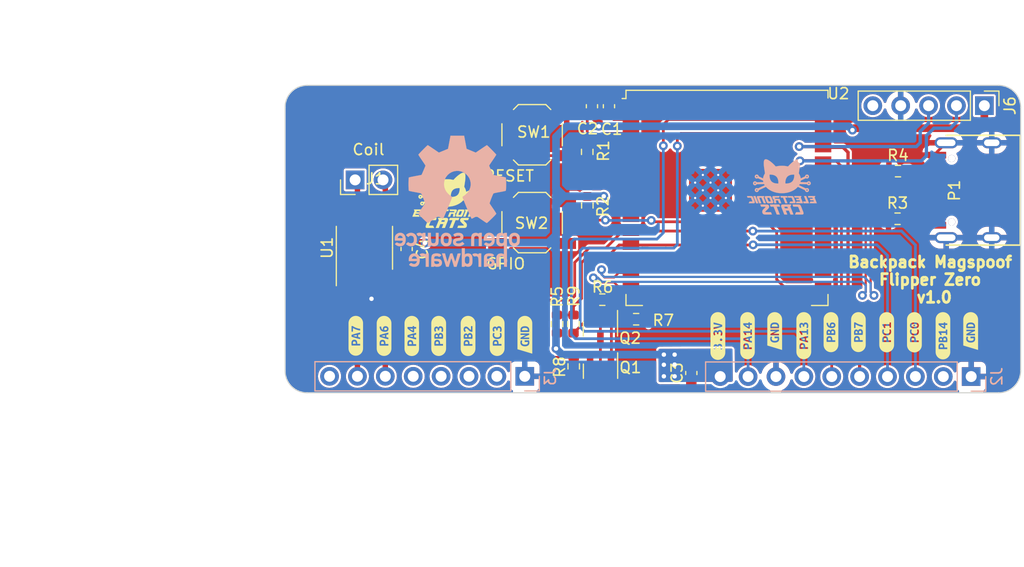
<source format=kicad_pcb>
(kicad_pcb (version 20221018) (generator pcbnew)
  (layers (0 "F.Cu" signal) (31 "B.Cu" signal) (34 "B.Paste" user) (35 "F.Paste" user) (36 "B.SilkS" user "B.Silkscreen") (37 "F.SilkS" user "F.Silkscreen") (38 "B.Mask" user) (39 "F.Mask" user) (44 "Edge.Cuts" user))
  (net 0 "")
  (net 1 "/Out_A")
  (net 2 "/Out_B")
  (net 4 "/IN_A")
  (net 5 "GND")
  (net 6 "/IN_B")
  (net 8 "+3V3")
  (net 10 "/PB14")
  (net 11 "/LPUART_RX")
  (net 12 "/LPUART_TX")
  (net 13 "/RX")
  (net 14 "/TX")
  (net 15 "/PC3")
  (net 16 "/PB2")
  (net 17 "/PB3")
  (net 18 "/PA4")
  (net 19 "/SWDIO")
  (net 20 "/SWCLK")
  (net 21 "/DIO11")
  (net 22 "Net-(Q1-D)")
  (net 23 "Net-(Q1-G)")
  (net 24 "Net-(Q1-S)")
  (net 25 "/RST")
  (net 26 "/BOOT")
  (net 27 "Net-(P1-CC)")
  (net 28 "Net-(P1-VCONN)")
  (net 29 "/I2C_PULLUP")
  (net 37 "/D-")
  (net 38 "/D+")
  (net 58 "unconnected-(P1-VBUS-PadA4)")
  (net 59 "Net-(Q2-S)")
  (footprint "kibuzzard-648B93B1" (layer "F.Cu") (at 238.12 78.80079 90)
    (fp_text reference "kibuzzard-648B93B1" hide)
    (fp_text value "G***" hide)
  )
  (footprint "kibuzzard-648B91E6" (layer "F.Cu") (at 209.99 78.82143 90)
    (fp_text reference "kibuzzard-648B91E6" hide)
    (fp_text value "G***" hide)
  )
  (footprint "Resistor_SMD:R_0603_1608Metric" (layer "F.Cu") (at 223.52 62.06 90)
    (fp_text reference "R1" (at 0.085 1.48 90) (layer "F.SilkS"))
    (fp_text value "10K")
    (pad "1" smd roundrect (at -0.825 0 90) (size 0.8 0.95) (layers "F.Cu" "F.Paste" "F.Mask") (net 25 "/RST"))
    (pad "2" smd roundrect (at 0.825 0 90) (size 0.8 0.95) (layers "F.Cu" "F.Paste" "F.Mask") (net 8 "+3V3"))
  )
  (footprint "Resistor_SMD:R_0603_1608Metric" (layer "F.Cu") (at 222.29 81.595 90)
    (fp_text reference "R8" (at -0.055 -1.29 270) (layer "F.SilkS"))
    (fp_text value "4k7")
    (pad "1" smd roundrect (at -0.825 0 90) (size 0.8 0.95) (layers "F.Cu" "F.Paste" "F.Mask") (net 24 "Net-(Q1-S)"))
    (pad "2" smd roundrect (at 0.825 0 90) (size 0.8 0.95) (layers "F.Cu" "F.Paste" "F.Mask") (net 11 "/LPUART_RX"))
  )
  (footprint "kibuzzard-648B922F" (layer "F.Cu") (at 202.44 78.81 90)
    (fp_text reference "kibuzzard-648B922F" hide)
    (fp_text value "G***" hide)
  )
  (footprint "kibuzzard-6488F75A" (layer "F.Cu") (at 235.42 78.83 90)
    (fp_text reference "kibuzzard-6488F75A" hide)
    (fp_text value "G***" hide)
  )
  (footprint "Resistor_SMD:R_0603_1608Metric" (layer "F.Cu") (at 251.785 68.15)
    (fp_text reference "R3" (at 0 -1.43) (layer "F.SilkS"))
    (fp_text value "5k1")
    (pad "1" smd roundrect (at -0.825 0) (size 0.8 0.95) (layers "F.Cu" "F.Paste" "F.Mask") (net 5 "GND"))
    (pad "2" smd roundrect (at 0.825 0) (size 0.8 0.95) (layers "F.Cu" "F.Paste" "F.Mask") (net 27 "Net-(P1-CC)"))
  )
  (footprint "Capacitor_SMD:C_0603_1608Metric" (layer "F.Cu") (at 233 82.2 -90)
    (fp_text reference "C3" (at 0 1.3 90) (layer "F.SilkS"))
    (fp_text value "10uF")
    (pad "1" smd roundrect (at -0.775 0 270) (size 0.9 0.95) (layers "F.Cu" "F.Paste" "F.Mask") (net 8 "+3V3"))
    (pad "2" smd roundrect (at 0.775 0 270) (size 0.9 0.95) (layers "F.Cu" "F.Paste" "F.Mask") (net 5 "GND"))
  )
  (footprint "RF_Module:ESP32-S3-WROOM-1U" (layer "F.Cu") (at 236.25 66.25)
    (fp_text reference "U2" (at 10.15 -9.5 unlocked) (layer "F.SilkS"))
    (fp_text value "ESP32-S3-WROOM-1U-N16")
    (pad "1" smd rect (at -8.75 -8.41) (size 1.5 0.9) (layers "F.Cu" "F.Paste" "F.Mask") (net 5 "GND"))
    (pad "2" smd rect (at -8.75 -7.14) (size 1.5 0.9) (layers "F.Cu" "F.Paste" "F.Mask") (net 8 "+3V3"))
    (pad "3" smd rect (at -8.75 -5.87) (size 1.5 0.9) (layers "F.Cu" "F.Paste" "F.Mask") (net 25 "/RST"))
    (pad "4" smd rect (at -8.75 -4.6) (size 1.5 0.9) (layers "F.Cu" "F.Paste" "F.Mask"))
    (pad "5" smd rect (at -8.75 -3.33) (size 1.5 0.9) (layers "F.Cu" "F.Paste" "F.Mask"))
    (pad "6" smd rect (at -8.75 -2.06) (size 1.5 0.9) (layers "F.Cu" "F.Paste" "F.Mask"))
    (pad "7" smd rect (at -8.75 -0.79) (size 1.5 0.9) (layers "F.Cu" "F.Paste" "F.Mask"))
    (pad "8" smd rect (at -8.75 0.48) (size 1.5 0.9) (layers "F.Cu" "F.Paste" "F.Mask"))
    (pad "9" smd rect (at -8.75 1.75) (size 1.5 0.9) (layers "F.Cu" "F.Paste" "F.Mask"))
    (pad "10" smd rect (at -8.75 3.02) (size 1.5 0.9) (layers "F.Cu" "F.Paste" "F.Mask") (net 11 "/LPUART_RX"))
    (pad "11" smd rect (at -8.75 4.29) (size 1.5 0.9) (layers "F.Cu" "F.Paste" "F.Mask") (net 12 "/LPUART_TX"))
    (pad "12" smd rect (at -8.75 5.56) (size 1.5 0.9) (layers "F.Cu" "F.Paste" "F.Mask"))
    (pad "13" smd rect (at -8.75 6.83) (size 1.5 0.9) (layers "F.Cu" "F.Paste" "F.Mask") (net 37 "/D-"))
    (pad "14" smd rect (at -8.75 8.1 180) (size 1.5 0.9) (layers "F.Cu" "F.Paste" "F.Mask") (net 38 "/D+"))
    (pad "15" smd rect (at -6.985 9.35 270) (size 1.5 0.9) (layers "F.Cu" "F.Paste" "F.Mask") (net 29 "/I2C_PULLUP"))
    (pad "16" smd rect (at -5.715 9.35 270) (size 1.5 0.9) (layers "F.Cu" "F.Paste" "F.Mask"))
    (pad "17" smd rect (at -4.445 9.35 270) (size 1.5 0.9) (layers "F.Cu" "F.Paste" "F.Mask"))
    (pad "18" smd rect (at -3.175 9.35 270) (size 1.5 0.9) (layers "F.Cu" "F.Paste" "F.Mask"))
    (pad "19" smd rect (at -1.905 9.35 270) (size 1.5 0.9) (layers "F.Cu" "F.Paste" "F.Mask"))
    (pad "20" smd rect (at -0.635 9.35 270) (size 1.5 0.9) (layers "F.Cu" "F.Paste" "F.Mask"))
    (pad "21" smd rect (at 0.635 9.35 270) (size 1.5 0.9) (layers "F.Cu" "F.Paste" "F.Mask"))
    (pad "22" smd rect (at 1.905 9.35 270) (size 1.5 0.9) (layers "F.Cu" "F.Paste" "F.Mask"))
    (pad "23" smd rect (at 3.175 9.35 270) (size 1.5 0.9) (layers "F.Cu" "F.Paste" "F.Mask"))
    (pad "24" smd rect (at 4.445 9.35 270) (size 1.5 0.9) (layers "F.Cu" "F.Paste" "F.Mask"))
    (pad "25" smd rect (at 5.715 9.35 270) (size 1.5 0.9) (layers "F.Cu" "F.Paste" "F.Mask"))
    (pad "26" smd rect (at 6.985 9.35 270) (size 1.5 0.9) (layers "F.Cu" "F.Paste" "F.Mask"))
    (pad "27" smd rect (at 8.75 8.1) (size 1.5 0.9) (layers "F.Cu" "F.Paste" "F.Mask") (net 26 "/BOOT"))
    (pad "28" smd rect (at 8.75 6.83) (size 1.5 0.9) (layers "F.Cu" "F.Paste" "F.Mask"))
    (pad "29" smd rect (at 8.75 5.56) (size 1.5 0.9) (layers "F.Cu" "F.Paste" "F.Mask"))
    (pad "30" smd rect (at 8.75 4.29) (size 1.5 0.9) (layers "F.Cu" "F.Paste" "F.Mask"))
    (pad "31" smd rect (at 8.75 3.02) (size 1.5 0.9) (layers "F.Cu" "F.Paste" "F.Mask"))
    (pad "32" smd rect (at 8.75 1.75) (size 1.5 0.9) (layers "F.Cu" "F.Paste" "F.Mask"))
    (pad "33" smd rect (at 8.75 0.48) (size 1.5 0.9) (layers "F.Cu" "F.Paste" "F.Mask"))
    (pad "34" smd rect (at 8.75 -0.79) (size 1.5 0.9) (layers "F.Cu" "F.Paste" "F.Mask"))
    (pad "35" smd rect (at 8.75 -2.06) (size 1.5 0.9) (layers "F.Cu" "F.Paste" "F.Mask"))
    (pad "36" smd rect (at 8.75 -3.33) (size 1.5 0.9) (layers "F.Cu" "F.Paste" "F.Mask") (net 14 "/TX"))
    (pad "37" smd rect (at 8.75 -4.6) (size 1.5 0.9) (layers "F.Cu" "F.Paste" "F.Mask") (net 13 "/RX"))
    (pad "38" smd rect (at 8.75 -5.87) (size 1.5 0.9) (layers "F.Cu" "F.Paste" "F.Mask") (net 19 "/SWDIO"))
    (pad "39" smd rect (at 8.75 -7.14) (size 1.5 0.9) (layers "F.Cu" "F.Paste" "F.Mask") (net 20 "/SWCLK"))
    (pad "40" smd rect (at 8.75 -8.41) (size 1.5 0.9) (layers "F.Cu" "F.Paste" "F.Mask") (net 5 "GND"))
    (pad "41" thru_hole circle (at -2.9 -1.39) (size 0.6 0.6) (drill 0.2) (property pad_prop_heatsink) (layers "*.Cu" "F.Mask") (net 5 "GND"))
    (pad "41" thru_hole circle (at -2.9 0.01) (size 0.6 0.6) (drill 0.2) (property pad_prop_heatsink) (layers "*.Cu" "F.Mask") (net 5 "GND"))
    (pad "41" thru_hole circle (at -2.2 -2.09) (size 0.6 0.6) (drill 0.2) (property pad_prop_heatsink) (layers "*.Cu" "F.Mask") (net 5 "GND"))
    (pad "41" thru_hole circle (at -2.2 -0.69) (size 0.6 0.6) (drill 0.2) (property pad_prop_heatsink) (layers "*.Cu" "F.Mask") (net 5 "GND"))
    (pad "41" thru_hole circle (at -2.2 0.71) (size 0.6 0.6) (drill 0.2) (property pad_prop_heatsink) (layers "*.Cu" "F.Mask") (net 5 "GND"))
    (pad "41" thru_hole circle (at -1.5 -1.39) (size 0.6 0.6) (drill 0.2) (property pad_prop_heatsink) (layers "*.Cu" "F.Mask") (net 5 "GND"))
    (pad "41" smd rect (at -1.5 -0.69) (size 3.9 3.9) (layers "F.Cu" "F.Mask") (net 5 "GND"))
    (pad "41" thru_hole circle (at -1.5 0.01) (size 0.6 0.6) (drill 0.2) (property pad_prop_heatsink) (layers "*.Cu" "F.Mask") (net 5 "GND"))
    (pad "41" thru_hole circle (at -0.8 -2.09) (size 0.6 0.6) (drill 0.2) (property pad_prop_heatsink) (layers "*.Cu" "F.Mask") (net 5 "GND"))
    (pad "41" thru_hole circle (at -0.8 -0.69 90) (size 0.6 0.6) (drill 0.2) (property pad_prop_heatsink) (layers "*.Cu" "F.Mask") (net 5 "GND"))
    (pad "41" thru_hole circle (at -0.8 0.71) (size 0.6 0.6) (drill 0.2) (property pad_prop_heatsink) (layers "*.Cu" "F.Mask") (net 5 "GND"))
    (pad "41" thru_hole circle (at -0.1 -1.39) (size 0.6 0.6) (drill 0.2) (property pad_prop_heatsink) (layers "*.Cu" "F.Mask") (net 5 "GND"))
    (pad "41" thru_hole circle (at -0.1 0.01) (size 0.6 0.6) (drill 0.2) (property pad_prop_heatsink) (layers "*.Cu" "F.Mask") (net 5 "GND"))
  )
  (footprint "kibuzzard-648B921B" (layer "F.Cu") (at 215.315 78.82143 90)
    (fp_text reference "kibuzzard-648B921B" hide)
    (fp_text value "G***" hide)
  )
  (footprint "Resistor_SMD:R_0603_1608Metric" (layer "F.Cu") (at 224.895 75.52 180)
    (fp_text reference "R6" (at -0.025 1.15) (layer "F.SilkS"))
    (fp_text value "10K")
    (pad "1" smd roundrect (at -0.825 0 180) (size 0.8 0.95) (layers "F.Cu" "F.Paste" "F.Mask") (net 23 "Net-(Q1-G)"))
    (pad "2" smd roundrect (at 0.825 0 180) (size 0.8 0.95) (layers "F.Cu" "F.Paste" "F.Mask") (net 22 "Net-(Q1-D)"))
  )
  (footprint "Capacitor_SMD:C_0603_1608Metric" (layer "F.Cu") (at 223.95 57.9 90)
    (fp_text reference "C2" (at -2.05 -0.4 180) (layer "F.SilkS"))
    (fp_text value "10uF")
    (pad "1" smd roundrect (at -0.775 0 90) (size 0.9 0.95) (layers "F.Cu" "F.Paste" "F.Mask") (net 8 "+3V3"))
    (pad "2" smd roundrect (at 0.775 0 90) (size 0.9 0.95) (layers "F.Cu" "F.Paste" "F.Mask") (net 5 "GND"))
  )
  (footprint "Package_SO:SOIC-8_3.9x4.9mm_P1.27mm" (layer "F.Cu") (at 203.225 70.795 90)
    (fp_text reference "U1" (at 0 -3.4 90) (layer "F.SilkS"))
    (fp_text value "TC4424")
    (pad "1" smd roundrect (at -2.475 -1.905 90) (size 1.95 0.6) (layers "F.Cu" "F.Paste" "F.Mask"))
    (pad "2" smd roundrect (at -2.475 -0.635 90) (size 1.95 0.6) (layers "F.Cu" "F.Paste" "F.Mask") (net 4 "/IN_A"))
    (pad "3" smd roundrect (at -2.475 0.635 90) (size 1.95 0.6) (layers "F.Cu" "F.Paste" "F.Mask") (net 5 "GND"))
    (pad "4" smd roundrect (at -2.475 1.905 90) (size 1.95 0.6) (layers "F.Cu" "F.Paste" "F.Mask") (net 6 "/IN_B"))
    (pad "5" smd roundrect (at 2.475 1.905 90) (size 1.95 0.6) (layers "F.Cu" "F.Paste" "F.Mask") (net 2 "/Out_B"))
    (pad "6" smd roundrect (at 2.475 0.635 90) (size 1.95 0.6) (layers "F.Cu" "F.Paste" "F.Mask") (net 8 "+3V3"))
    (pad "7" smd roundrect (at 2.475 -0.635 90) (size 1.95 0.6) (layers "F.Cu" "F.Paste" "F.Mask") (net 1 "/Out_A"))
    (pad "8" smd roundrect (at 2.475 -1.905 90) (size 1.95 0.6) (layers "F.Cu" "F.Paste" "F.Mask"))
  )
  (footprint "Connector_PinHeader_2.54mm:PinHeader_1x05_P2.54mm_Vertical" (layer "F.Cu") (at 259.69 57.85 -90)
    (fp_text reference "J6" (at 0 -2.33 90) (layer "F.SilkS"))
    (fp_text value "GPS")
    (pad "1" thru_hole rect (at 0 0 270) (size 1.7 1.7) (drill 1) (layers "*.Cu" "*.Mask") (net 8 "+3V3"))
    (pad "2" thru_hole oval (at 0 2.54 270) (size 1.7 1.7) (drill 1) (layers "*.Cu" "*.Mask") (net 14 "/TX"))
    (pad "3" thru_hole oval (at 0 5.08 270) (size 1.7 1.7) (drill 1) (layers "*.Cu" "*.Mask") (net 13 "/RX"))
    (pad "4" thru_hole oval (at 0 7.62 270) (size 1.7 1.7) (drill 1) (layers "*.Cu" "*.Mask") (net 5 "GND"))
    (pad "5" thru_hole oval (at 0 10.16 270) (size 1.7 1.7) (drill 1) (layers "*.Cu" "*.Mask") (net 21 "/DIO11"))
  )
  (footprint "kibuzzard-6488EEAF" (layer "F.Cu") (at 258.445 78.376906 90)
    (fp_text reference "kibuzzard-6488EEAF" hide)
    (fp_text value "G***" hide)
  )
  (footprint "Package_TO_SOT_SMD:SOT-23" (layer "F.Cu") (at 224.72 78.1825 -90)
    (fp_text reference "Q2" (at 0.8425 -2.705) (layer "F.SilkS"))
    (fp_text value "DMP2004TK-7")
    (pad "1" smd roundrect (at -0.9375 -0.95 270) (size 1.475 0.6) (layers "F.Cu" "F.Paste" "F.Mask") (net 23 "Net-(Q1-G)"))
    (pad "2" smd roundrect (at -0.9375 0.95 270) (size 1.475 0.6) (layers "F.Cu" "F.Paste" "F.Mask") (net 59 "Net-(Q2-S)"))
    (pad "3" smd roundrect (at 0.9375 0 270) (size 1.475 0.6) (layers "F.Cu" "F.Paste" "F.Mask") (net 22 "Net-(Q1-D)"))
  )
  (footprint "Capacitor_SMD:C_0603_1608Metric" (layer "F.Cu") (at 225.5 57.9 90)
    (fp_text reference "C1" (at -2.1 0.25 180) (layer "F.SilkS"))
    (fp_text value "1uF")
    (pad "1" smd roundrect (at -0.775 0 90) (size 0.9 0.95) (layers "F.Cu" "F.Paste" "F.Mask") (net 8 "+3V3"))
    (pad "2" smd roundrect (at 0.775 0 90) (size 0.9 0.95) (layers "F.Cu" "F.Paste" "F.Mask") (net 5 "GND"))
  )
  (footprint "kibuzzard-6488EEAF" (layer "F.Cu") (at 217.84 78.717586 90)
    (fp_text reference "kibuzzard-6488EEAF" hide)
    (fp_text value "G***" hide)
  )
  (footprint "Button_Switch_SMD:SW_SPST_TL3342" (layer "F.Cu") (at 218.5 68.5)
    (fp_text reference "SW2" (at -0.05 0.05) (layer "F.SilkS"))
    (fp_text value "GPIO" (at -2.4 3.75) (layer "F.SilkS"))
    (pad "1" smd rect (at -3.15 -1.9) (size 1.7 1) (layers "F.Cu" "F.Paste" "F.Mask") (net 5 "GND"))
    (pad "1" smd rect (at 3.15 -1.9) (size 1.7 1) (layers "F.Cu" "F.Paste" "F.Mask") (net 5 "GND"))
    (pad "2" smd rect (at -3.15 1.9) (size 1.7 1) (layers "F.Cu" "F.Paste" "F.Mask") (net 26 "/BOOT"))
    (pad "2" smd rect (at 3.15 1.9) (size 1.7 1) (layers "F.Cu" "F.Paste" "F.Mask") (net 26 "/BOOT"))
  )
  (footprint "Resistor_SMD:R_0603_1608Metric" (layer "F.Cu") (at 227.975 77.3 180)
    (fp_text reference "R7" (at -2.475 -0.1) (layer "F.SilkS"))
    (fp_text value "150")
    (pad "1" smd roundrect (at -0.825 0 180) (size 0.8 0.95) (layers "F.Cu" "F.Paste" "F.Mask") (net 29 "/I2C_PULLUP"))
    (pad "2" smd roundrect (at 0.825 0 180) (size 0.8 0.95) (layers "F.Cu" "F.Paste" "F.Mask") (net 23 "Net-(Q1-G)"))
  )
  (footprint "kibuzzard-648B9401" (layer "F.Cu") (at 253.32 78.48964 90)
    (fp_text reference "kibuzzard-648B9401" hide)
    (fp_text value "G***" hide)
  )
  (footprint "kibuzzard-648B91CB" (layer "F.Cu") (at 207.54 78.82397 90)
    (fp_text reference "kibuzzard-648B91CB" hide)
    (fp_text value "G***" hide)
  )
  (footprint "Aesthetics:electronic_cats_logo_4x3" (layer "F.Cu") (at 210.775 66.475)
    (fp_text reference "G***" hide)
    (fp_text value "LOGO" hide)
  )
  (footprint "kibuzzard-648B91FC" (layer "F.Cu") (at 212.665 78.82524 90)
    (fp_text reference "kibuzzard-648B91FC" hide)
    (fp_text value "G***" hide)
  )
  (footprint "kibuzzard-648B93EF" (layer "F.Cu") (at 250.795 78.48583 90)
    (fp_text reference "kibuzzard-648B93EF" hide)
    (fp_text value "G***" hide)
  )
  (footprint "kibuzzard-648B923F" (layer "F.Cu") (at 205.015 78.819525 90)
    (fp_text reference "kibuzzard-648B923F" hide)
    (fp_text value "G***" hide)
  )
  (footprint "Connector_PinHeader_2.54mm:PinHeader_1x02_P2.54mm_Vertical" (layer "F.Cu") (at 202.38 64.61 90)
    (fp_text reference "J1" (at 0.1 1.85 180) (layer "F.SilkS"))
    (fp_text value "Coil" (at 2.76 1.22 180) (layer "F.SilkS"))
    (pad "1" thru_hole rect (at 0 0 90) (size 1.7 1.7) (drill 1) (layers "*.Cu" "*.Mask") (net 1 "/Out_A"))
    (pad "2" thru_hole oval (at 0 2.54 90) (size 1.7 1.7) (drill 1) (layers "*.Cu" "*.Mask") (net 2 "/Out_B"))
  )
  (footprint "kibuzzard-648B93E0" (layer "F.Cu") (at 245.72 78.478845 90)
    (fp_text reference "kibuzzard-648B93E0" hide)
    (fp_text value "G***" hide)
  )
  (footprint "kibuzzard-648B93D2" (layer "F.Cu") (at 248.22 78.4744 90)
    (fp_text reference "kibuzzard-648B93D2" hide)
    (fp_text value "G***" hide)
  )
  (footprint "Resistor_SMD:R_0603_1608Metric" (layer "F.Cu") (at 251.825 63.81)
    (fp_text reference "R4" (at 0 -1.43) (layer "F.SilkS"))
    (fp_text value "5k1")
    (pad "1" smd roundrect (at -0.825 0) (size 0.8 0.95) (layers "F.Cu" "F.Paste" "F.Mask") (net 5 "GND"))
    (pad "2" smd roundrect (at 0.825 0) (size 0.8 0.95) (layers "F.Cu" "F.Paste" "F.Mask") (net 28 "Net-(P1-VCONN)"))
  )
  (footprint "Resistor_SMD:R_0603_1608Metric" (layer "F.Cu") (at 220.77 77.74 90)
    (fp_text reference "R5" (at 2.49 0.005 90) (layer "F.SilkS"))
    (fp_text value "10K")
    (pad "1" smd roundrect (at -0.825 0 90) (size 0.8 0.95) (layers "F.Cu" "F.Paste" "F.Mask") (net 8 "+3V3"))
    (pad "2" smd roundrect (at 0.825 0 90) (size 0.8 0.95) (layers "F.Cu" "F.Paste" "F.Mask") (net 12 "/LPUART_TX"))
  )
  (footprint "kibuzzard-6488EEAF" (layer "F.Cu") (at 240.595 78.376906 90)
    (fp_text reference "kibuzzard-6488EEAF" hide)
    (fp_text value "G***" hide)
  )
  (footprint "Button_Switch_SMD:SW_SPST_TL3342" (layer "F.Cu") (at 218.5 60.5)
    (fp_text reference "SW1" (at 0.15 -0.25) (layer "F.SilkS"))
    (fp_text value "RESET" (at -2.1 3.75) (layer "F.SilkS"))
    (pad "1" smd rect (at -3.15 -1.9) (size 1.7 1) (layers "F.Cu" "F.Paste" "F.Mask") (net 5 "GND"))
    (pad "1" smd rect (at 3.15 -1.9) (size 1.7 1) (layers "F.Cu" "F.Paste" "F.Mask") (net 5 "GND"))
    (pad "2" smd rect (at -3.15 1.9) (size 1.7 1) (layers "F.Cu" "F.Paste" "F.Mask") (net 25 "/RST"))
    (pad "2" smd rect (at 3.15 1.9) (size 1.7 1) (layers "F.Cu" "F.Paste" "F.Mask") (net 25 "/RST"))
  )
  (footprint "Connectors:C393939" (layer "F.Cu") (at 256.2125 65.55 90)
    (fp_text reference "P1" (at -0.03 0.75 90) (layer "F.SilkS"))
    (fp_text value "USB_C_Plug_USB2.0")
    (pad "" thru_hole circle (at -2.89 0.5 90) (size 0.65 0.65) (drill 0.65) (layers "*.Cu" "*.Mask"))
    (pad "" thru_hole circle (at 2.89 0.5 90) (size 0.65 0.65) (drill 0.65) (layers "*.Cu" "*.Mask"))
    (pad "A1" smd rect (at -3.2 -0.825 90) (size 0.6 1.65) (layers "F.Cu" "F.Paste" "F.Mask") (net 5 "GND"))
    (pad "A1" smd rect (at 3.2 -0.825 90) (size 0.6 1.65) (layers "F.Cu" "F.Paste" "F.Mask") (net 5 "GND"))
    (pad "A4" smd rect (at -2.4 -0.825 90) (size 0.6 1.65) (layers "F.Cu" "F.Paste" "F.Mask") (net 58 "unconnected-(P1-VBUS-PadA4)"))
    (pad "A4" smd rect (at 2.4 -0.825 90) (size 0.6 1.65) (layers "F.Cu" "F.Paste" "F.Mask") (net 58 "unconnected-(P1-VBUS-PadA4)"))
    (pad "A5" smd rect (at -1.25 -0.825 90) (size 0.3 1.65) (layers "F.Cu" "F.Paste" "F.Mask") (net 27 "Net-(P1-CC)"))
    (pad "A6" smd rect (at -0.25 -0.825 90) (size 0.3 1.65) (layers "F.Cu" "F.Paste" "F.Mask") (net 38 "/D+"))
    (pad "A6" smd rect (at 0.75 -0.825 90) (size 0.3 1.65) (layers "F.Cu" "F.Paste" "F.Mask") (net 38 "/D+"))
    (pad "A7" smd rect (at -0.75 -0.825 90) (size 0.3 1.65) (layers "F.Cu" "F.Paste" "F.Mask") (net 37 "/D-"))
    (pad "A7" smd rect (at 0.25 -0.825 90) (size 0.3 1.65) (layers "F.Cu" "F.Paste" "F.Mask") (net 37 "/D-"))
    (pad "A8" smd rect (at -1.75 -0.825 90) (size 0.3 1.65) (layers "F.Cu" "F.Paste" "F.Mask"))
    (pad "B5" smd rect (at 1.75 -0.825 90) (size 0.3 1.65) (layers "F.Cu" "F.Paste" "F.Mask") (net 28 "Net-(P1-VCONN)"))
    (pad "B8" smd rect (at 1.25 -0.825 90) (size 0.3 1.65) (layers "F.Cu" "F.Paste" "F.Mask"))
    (pad "S1" thru_hole oval (at -4.32 0 90) (size 1 2.1) (drill oval 0.6 1.7) (layers "*.Cu" "*.Mask") (net 5 "GND"))
    (pad "S1" thru_hole oval (at -4.32 4.15 90) (size 1 1.8) (drill oval 0.6 1.4) (layers "*.Cu" "*.Mask") (net 5 "GND"))
    (pad "S1" thru_hole oval (at 4.32 0 90) (size 1 2.1) (drill oval 0.6 1.7) (layers "*.Cu" "*.Mask") (net 5 "GND"))
    (pad "S1" thru_hole oval (at 4.32 4.15 90) (size 1 1.8) (drill oval 0.6 1.4) (layers "*.Cu" "*.Mask") (net 5 "GND"))
  )
  (footprint "Resistor_SMD:R_0603_1608Metric" (layer "F.Cu") (at 222.27 77.74 90)
    (fp_text reference "R9" (at 2.54 0.03 90) (layer "F.SilkS"))
    (fp_text value "4k7")
    (pad "1" smd roundrect (at -0.825 0 90) (size 0.8 0.95) (layers "F.Cu" "F.Paste" "F.Mask") (net 59 "Net-(Q2-S)"))
    (pad "2" smd roundrect (at 0.825 0 90) (size 0.8 0.95) (layers "F.Cu" "F.Paste" "F.Mask") (net 12 "/LPUART_TX"))
  )
  (footprint "kibuzzard-648B9410" (layer "F.Cu") (at 255.92 78.80587 90)
    (fp_text reference "kibuzzard-648B9410" hide)
    (fp_text value "G***" hide)
  )
  (footprint "Package_TO_SOT_SMD:SOT-23" (layer "F.Cu") (at 224.73 82.035 -90)
    (fp_text reference "Q1" (at -0.335 -2.72 -180) (layer "F.SilkS"))
    (fp_text value "DMP2004TK-7")
    (pad "1" smd roundrect (at -0.9375 -0.95 270) (size 1.475 0.6) (layers "F.Cu" "F.Paste" "F.Mask") (net 23 "Net-(Q1-G)"))
    (pad "2" smd roundrect (at -0.9375 0.95 270) (size 1.475 0.6) (layers "F.Cu" "F.Paste" "F.Mask") (net 24 "Net-(Q1-S)"))
    (pad "3" smd roundrect (at 0.9375 0 270) (size 1.475 0.6) (layers "F.Cu" "F.Paste" "F.Mask") (net 22 "Net-(Q1-D)"))
  )
  (footprint "Resistor_SMD:R_0603_1608Metric" (layer "F.Cu") (at 223.53 66.94 90)
    (fp_text reference "R2" (at -0.085 1.42 90) (layer "F.SilkS"))
    (fp_text value "10K")
    (pad "1" smd roundrect (at -0.825 0 90) (size 0.8 0.95) (layers "F.Cu" "F.Paste" "F.Mask") (net 26 "/BOOT"))
    (pad "2" smd roundrect (at 0.825 0 90) (size 0.8 0.95) (layers "F.Cu" "F.Paste" "F.Mask") (net 8 "+3V3"))
  )
  (footprint "Capacitor_SMD:C_0603_1608Metric" (layer "F.Cu") (at 207.07 70.905 -90)
    (fp_text reference "C4" (at 0 -1.43 90) (layer "F.SilkS"))
    (fp_text value "10uF")
    (pad "1" smd roundrect (at -0.775 0 270) (size 0.9 0.95) (layers "F.Cu" "F.Paste" "F.Mask") (net 8 "+3V3"))
    (pad "2" smd roundrect (at 0.775 0 270) (size 0.9 0.95) (layers "F.Cu" "F.Paste" "F.Mask") (net 5 "GND"))
  )
  (footprint "kibuzzard-648B93BF" (layer "F.Cu") (at 243.245 78.79825 90)
    (fp_text reference "kibuzzard-648B93BF" hide)
    (fp_text value "G***" hide)
  )
  (footprint "Connector_PinHeader_2.54mm:PinHeader_1x08_P2.54mm_Vertical" (layer "B.Cu") (at 217.83 82.5 90)
    (fp_text reference "J3" (at 0 2.33 90) (layer "B.SilkS") (effects (justify mirror)))
    (fp_text value "Conn_01x08_Socket")
    (pad "1" thru_hole rect (at 0 0 90) (size 1.7 1.7) (drill 1) (layers "*.Cu" "*.Mask") (net 5 "GND"))
    (pad "2" thru_hole oval (at 0 -2.54 90) (size 1.7 1.7) (drill 1) (layers "*.Cu" "*.Mask") (net 15 "/PC3"))
    (pad "3" thru_hole oval (at 0 -5.08 90) (size 1.7 1.7) (drill 1) (layers "*.Cu" "*.Mask") (net 16 "/PB2"))
    (pad "4" thru_hole oval (at 0 -7.62 90) (size 1.7 1.7) (drill 1) (layers "*.Cu" "*.Mask") (net 17 "/PB3"))
    (pad "5" thru_hole oval (at 0 -10.16 90) (size 1.7 1.7) (drill 1) (layers "*.Cu" "*.Mask") (net 18 "/PA4"))
    (pad "6" thru_hole oval (at 0 -12.7 90) (size 1.7 1.7) (drill 1) (layers "*.Cu" "*.Mask") (net 6 "/IN_B"))
    (pad "7" thru_hole oval (at 0 -15.24 90) (size 1.7 1.7) (drill 1) (layers "*.Cu" "*.Mask") (net 4 "/IN_A"))
    (pad "8" thru_hole oval (at 0 -17.78 90) (size 1.7 1.7) (drill 1) (layers "*.Cu" "*.Mask"))
  )
  (footprint "Connector_PinHeader_2.54mm:PinHeader_1x10_P2.54mm_Vertical" (layer "B.Cu") (at 258.491 82.5232 90)
    (fp_text reference "J2" (at 0 2.33 90) (layer "B.SilkS") (effects (justify mirror)))
    (fp_text value "Conn_01x10_Socket")
    (pad "1" thru_hole rect (at 0 0 90) (size 1.7 1.7) (drill 1) (layers "*.Cu" "*.Mask") (net 5 "GND"))
    (pad "2" thru_hole oval (at 0 -2.54 90) (size 1.7 1.7) (drill 1) (layers "*.Cu" "*.Mask") (net 10 "/PB14"))
    (pad "3" thru_hole oval (at 0 -5.08 90) (size 1.7 1.7) (drill 1) (layers "*.Cu" "*.Mask") (net 11 "/LPUART_RX"))
    (pad "4" thru_hole oval (at 0 -7.62 90) (size 1.7 1.7) (drill 1) (layers "*.Cu" "*.Mask") (net 12 "/LPUART_TX"))
    (pad "5" thru_hole oval (at 0 -10.16 90) (size 1.7 1.7) (drill 1) (layers "*.Cu" "*.Mask") (net 13 "/RX"))
    (pad "6" thru_hole oval (at 0 -12.7 90) (size 1.7 1.7) (drill 1) (layers "*.Cu" "*.Mask") (net 14 "/TX"))
    (pad "7" thru_hole oval (at 0 -15.24 90) (size 1.7 1.7) (drill 1) (layers "*.Cu" "*.Mask") (net 19 "/SWDIO"))
    (pad "8" thru_hole oval (at 0 -17.78 90) (size 1.7 1.7) (drill 1) (layers "*.Cu" "*.Mask") (net 5 "GND"))
    (pad "9" thru_hole oval (at 0 -20.32 90) (size 1.7 1.7) (drill 1) (layers "*.Cu" "*.Mask") (net 20 "/SWCLK"))
    (pad "10" thru_hole oval (at 0 -22.86 90) (size 1.7 1.7) (drill 1) (layers "*.Cu" "*.Mask") (net 8 "+3V3"))
  )
  (footprint "Symbol:OSHW-Logo_11.4x12mm_SilkScreen" (layer "B.Cu") (at 211.7 66.55 180)
    (fp_text reference "REF**" hide)
    (fp_text value "OSHW-Logo_11.4x12mm_SilkScreen" hide)
  )
  (footprint "Aesthetics:electronic_cats_logo_4x3" (layer "B.Cu") (at 241.25 65.25 180)
    (fp_text reference "G***" hide)
    (fp_text value "LOGO" hide)
  )
  (gr_line (start 263 58) (end 263 82) (stroke (width 0.1)) (layer "Edge.Cuts"))
  (gr_line (start 196 82) (end 195.998414 58) (stroke (width 0.1)) (layer "Edge.Cuts"))
  (gr_line (start 197.998414 56) (end 261 56) (stroke (width 0.1)) (layer "Edge.Cuts"))
  (gr_line (start 261 84) (end 198 84) (stroke (width 0.1)) (layer "Edge.Cuts"))
  (gr_arc (start 198 84) (mid 196.585786 83.414214) (end 196 82) (stroke (width 0.1)) (layer "Edge.Cuts"))
  (gr_arc (start 195.998414 58) (mid 196.5842 56.585786) (end 197.998414 56) (stroke (width 0.1)) (layer "Edge.Cuts"))
  (gr_arc (start 263 82) (mid 262.414214 83.414214) (end 261 84) (stroke (width 0.1)) (layer "Edge.Cuts"))
  (gr_arc (start 261 56) (mid 262.414223 56.585781) (end 263 58) (stroke (width 0.1)) (layer "Edge.Cuts"))
  (gr_text "Backpack Magspoof\nFlipper Zero\n v1.0" (at 254.75 73.7) (layer "F.SilkS") (effects (font (size 1 1) (thickness 0.25) bold)))
  (segment (start 202.59 64.82) (end 202.38 64.61) (width 0.5) (layer "F.Cu") (net 1))
  (segment (start 202.59 68.32) (end 202.59 64.82) (width 0.5) (layer "F.Cu") (net 1))
  (segment (start 205.13 68.32) (end 205.13 64.82) (width 0.5) (layer "F.Cu") (net 2))
  (segment (start 205.13 64.82) (end 204.92 64.61) (width 0.5) (layer "F.Cu") (net 2))
  (segment (start 202.59 73.27) (end 202.59 82.5) (width 0.5) (layer "F.Cu") (net 4))
  (segment (start 255.3875 62.055) (end 256.2125 61.23) (width 0.25) (layer "F.Cu") (net 5))
  (segment (start 203.86 73.27) (end 203.86 72.716472) (width 0.5) (layer "F.Cu") (net 5))
  (segment (start 255.3875 62.35) (end 255.3875 62.055) (width 0.25) (layer "F.Cu") (net 5))
  (segment (start 203.86 73.27) (end 203.86 75.43) (width 0.5) (layer "F.Cu") (net 5))
  (segment (start 246.46 57.84) (end 246.52 57.9) (width 0.25) (layer "F.Cu") (net 5))
  (segment (start 203.86 75.43) (end 203.87 75.44) (width 0.5) (layer "F.Cu") (net 5))
  (segment (start 233 82.975) (end 232.525 83.45) (width 0.3) (layer "F.Cu") (net 5))
  (segment (start 232.525 83.45) (end 228.95 83.45) (width 0.3) (layer "F.Cu") (net 5))
  (segment (start 204.896472 71.68) (end 207.07 71.68) (width 0.5) (layer "F.Cu") (net 5))
  (segment (start 203.86 72.716472) (end 204.896472 71.68) (width 0.5) (layer "F.Cu") (net 5))
  (segment (start 245 57.84) (end 246.46 57.84) (width 0.25) (layer "F.Cu") (net 5))
  (via (at 203.87 75.44) (size 0.8) (drill 0.4) (layers "F.Cu" "B.Cu") (net 5))
  (segment (start 205.155 82.5192) (end 205.151 82.5232) (width 0.3) (layer "F.Cu") (net 6))
  (segment (start 205.13 73.27) (end 205.13 82.5) (width 0.5) (layer "F.Cu") (net 6))
  (segment (start 223.95 58.675) (end 225.5 58.675) (width 0.25) (layer "F.Cu") (net 8))
  (segment (start 223.53 66.115) (end 225.01 66.115) (width 0.7) (layer "F.Cu") (net 8))
  (segment (start 235.625 82.5172) (end 235.631 82.5232) (width 0.5) (layer "F.Cu") (net 8))
  (segment (start 234.5328 81.425) (end 235.631 82.5232) (width 0.3) (layer "F.Cu") (net 8))
  (segment (start 207.29 70.35) (end 207.07 70.13) (width 0.7) (layer "F.Cu") (net 8))
  (segment (start 259.225 59.9) (end 247.85 59.9) (width 0.7) (layer "F.Cu") (net 8))
  (segment (start 247.85 59.9) (end 247.675 60.075) (width 0.7) (layer "F.Cu") (net 8))
  (segment (start 223.52 59.105) (end 223.95 58.675) (width 0.25) (layer "F.Cu") (net 8))
  (segment (start 225.935 59.11) (end 225.5 58.675) (width 0.25) (layer "F.Cu") (net 8))
  (segment (start 204.42 70.13) (end 203.86 69.57) (width 0.5) (layer "F.Cu") (net 8))
  (segment (start 233 81.425) (end 231.485 81.425) (width 0.3) (layer "F.Cu") (net 8))
  (segment (start 224.575 59.3) (end 223.95 58.675) (width 0.7) (layer "F.Cu") (net 8))
  (segment (start 223.52 61.235) (end 223.52 59.105) (width 0.25) (layer "F.Cu") (net 8))
  (segment (start 259.69 57.85) (end 259.69 59.435) (width 0.7) (layer "F.Cu") (net 8))
  (segment (start 220.675 79.975) (end 220.675 78.66) (width 0.5) (layer "F.Cu") (net 8))
  (segment (start 227.5 59.11) (end 225.935 59.11) (width 0.25) (layer "F.Cu") (net 8))
  (segment (start 259.69 59.435) (end 259.225 59.9) (width 0.7) (layer "F.Cu") (net 8))
  (segment (start 208.75 70.35) (end 207.29 70.35) (width 0.7) (layer "F.Cu") (net 8))
  (segment (start 231.485 81.425) (end 231.48 81.43) (width 0.3) (layer "F.Cu") (net 8))
  (segment (start 224.575 59.725) (end 224.575 59.3) (width 0.7) (layer "F.Cu") (net 8))
  (segment (start 233 81.425) (end 234.5328 81.425) (width 0.3) (layer "F.Cu") (net 8))
  (segment (start 207.07 70.13) (end 204.42 70.13) (width 0.5) (layer "F.Cu") (net 8))
  (segment (start 220.675 78.66) (end 220.77 78.565) (width 0.5) (layer "F.Cu") (net 8))
  (segment (start 225.01 66.115) (end 225.025 66.1) (width 0.7) (layer "F.Cu") (net 8))
  (segment (start 207.07 70.13) (end 207.07 69.92) (width 0.5) (layer "F.Cu") (net 8))
  (segment (start 203.86 69.57) (end 203.86 68.32) (width 0.5) (layer "F.Cu") (net 8))
  (via (at 247.675 60.075) (size 0.8) (drill 0.4) (layers "F.Cu" "B.Cu") (net 8))
  (via (at 230.5 80.525) (size 0.8) (drill 0.4) (layers "F.Cu" "B.Cu") (net 8))
  (via (at 230.5 81.45) (size 0.8) (drill 0.4) (layers "F.Cu" "B.Cu") (net 8))
  (via (at 231.48 82.5) (size 0.8) (drill 0.4) (layers "F.Cu" "B.Cu") (net 8))
  (via (at 231.48 80.525) (size 0.8) (drill 0.4) (layers "F.Cu" "B.Cu") (net 8))
  (via (at 224.575 59.725) (size 0.8) (drill 0.4) (layers "F.Cu" "B.Cu") (net 8))
  (via (at 208.75 70.35) (size 0.8) (drill 0.4) (layers "F.Cu" "B.Cu") (net 8))
  (via (at 230.5 82.5) (size 0.8) (drill 0.4) (layers "F.Cu" "B.Cu") (net 8))
  (via (at 225.025 66.1) (size 0.8) (drill 0.4) (layers "F.Cu" "B.Cu") (net 8))
  (via (at 231.48 81.43) (size 0.8) (drill 0.4) (layers "F.Cu" "B.Cu") (net 8))
  (via (at 220.675 79.975) (size 0.8) (drill 0.4) (layers "F.Cu" "B.Cu") (net 8))
  (segment (start 221.075 60.3) (end 221.65 59.725) (width 0.7) (layer "B.Cu") (net 8))
  (segment (start 220.675 70.325) (end 220.675 69.9) (width 0.7) (layer "B.Cu") (net 8))
  (segment (start 220.675 67.35) (end 220.675 66.85) (width 0.7) (layer "B.Cu") (net 8))
  (segment (start 220.675 67.35) (end 220.675 66.15) (width 0.7) (layer "B.Cu") (net 8))
  (segment (start 220.75 80.05) (end 220.675 79.975) (width 0.7) (layer "B.Cu") (net 8))
  (segment (start 220.675 64.725) (end 220.675 60.7) (width 0.7) (layer "B.Cu") (net 8))
  (segment (start 220.675 66.85) (end 221.425 66.1) (width 0.7) (layer "B.Cu") (net 8))
  (segment (start 219.975 70.325) (end 208.775 70.325) (width 0.7) (layer "B.Cu") (net 8))
  (segment (start 221.65 59.725) (end 224.575 59.725) (width 0.7) (layer "B.Cu") (net 8))
  (segment (start 220.675 71.525) (end 220.675 70.325) (width 0.7) (layer "B.Cu") (net 8))
  (segment (start 220.675 66.15) (end 220.675 64.725) (width 0.7) (layer "B.Cu") (net 8))
  (segment (start 220.675 69.025) (end 220.675 69.625) (width 0.7) (layer "B.Cu") (net 8))
  (segment (start 221.425 66.1) (end 220.725 66.1) (width 0.7) (layer "B.Cu") (net 8))
  (segment (start 220.675 69.9) (end 220.675 69.025) (width 0.7) (layer "B.Cu") (net 8))
  (segment (start 231.48 80.525) (end 221.225 80.525) (width 0.7) (layer "B.Cu") (net 8))
  (segment (start 220.675 71.025) (end 219.975 70.325) (width 0.7) (layer "B.Cu") (net 8))
  (segment (start 220.675 64.725) (end 220.675 65.35) (width 0.7) (layer "B.Cu") (net 8))
  (segment (start 220.675 69.625) (end 219.975 70.325) (width 0.7) (layer "B.Cu") (net 8))
  (segment (start 220.725 66.1) (end 220.675 66.15) (width 0.7) (layer "B.Cu") (net 8))
  (segment (start 220.675 79.975) (end 220.675 71.525) (width 0.7) (layer "B.Cu") (net 8))
  (segment (start 220.675 60.7) (end 221.075 60.3) (width 0.7) (layer "B.Cu") (net 8))
  (segment (start 221.225 80.525) (end 220.75 80.05) (width 0.7) (layer "B.Cu") (net 8))
  (segment (start 208.775 70.325) (end 208.75 70.35) (width 0.7) (layer "B.Cu") (net 8))
  (segment (start 220.675 71.525) (end 220.675 71.025) (width 0.7) (layer "B.Cu") (net 8))
  (segment (start 247.325 59.725) (end 247.675 60.075) (width 0.7) (layer "B.Cu") (net 8))
  (segment (start 220.675 69.025) (end 220.675 67.35) (width 0.7) (layer "B.Cu") (net 8))
  (segment (start 220.675 65.35) (end 221.425 66.1) (width 0.7) (layer "B.Cu") (net 8))
  (segment (start 225.025 66.1) (end 221.425 66.1) (width 0.7) (layer "B.Cu") (net 8))
  (segment (start 224.575 59.725) (end 247.325 59.725) (width 0.7) (layer "B.Cu") (net 8))
  (segment (start 220.675 70.325) (end 219.975 70.325) (width 0.7) (layer "B.Cu") (net 8))
  (segment (start 255.945 82.5172) (end 255.951 82.5232) (width 0.25) (layer "F.Cu") (net 10))
  (segment (start 222.38 75.18) (end 222.38 72.13) (width 0.25) (layer "F.Cu") (net 11))
  (segment (start 227.5 69.27) (end 238.595 69.27) (width 0.25) (layer "F.Cu") (net 11))
  (segment (start 253.405 82.5172) (end 253.411 82.5232) (width 0.25) (layer "F.Cu") (net 11))
  (segment (start 222 75.56) (end 222.38 75.18) (width 0.25) (layer "F.Cu") (net 11))
  (segment (start 225.22 70.81) (end 226.08 69.95) (width 0.25) (layer "F.Cu") (net 11))
  (segment (start 238.595 69.27) (end 238.6 69.275) (width 0.25) (layer "F.Cu") (net 11))
  (segment (start 226.08 69.95) (end 226.08 69.94) (width 0.25) (layer "F.Cu") (net 11))
  (segment (start 220.08 75.56) (end 222 75.56) (width 0.25) (layer "F.Cu") (net 11))
  (segment (start 222.38 72.13) (end 223.7 70.81) (width 0.25) (layer "F.Cu") (net 11))
  (segment (start 223.7 70.81) (end 225.22 70.81) (width 0.25) (layer "F.Cu") (net 11))
  (segment (start 222.29 80.77) (end 219.78 80.77) (width 0.25) (layer "F.Cu") (net 11))
  (segment (start 226.75 69.27) (end 227.5 69.27) (width 0.25) (layer "F.Cu") (net 11))
  (segment (start 219.78 80.77) (end 219.53 80.52) (width 0.25) (layer "F.Cu") (net 11))
  (segment (start 226.08 69.94) (end 226.75 69.27) (width 0.25) (layer "F.Cu") (net 11))
  (segment (start 219.53 80.52) (end 219.53 76.11) (width 0.25) (layer "F.Cu") (net 11))
  (segment (start 219.53 76.11) (end 220.08 75.56) (width 0.25) (layer "F.Cu") (net 11))
  (via (at 238.6 69.275) (size 0.8) (drill 0.4) (layers "F.Cu" "B.Cu") (net 11))
  (segment (start 253.411 70.541) (end 253.411 82.5232) (width 0.25) (layer "B.Cu") (net 11))
  (segment (start 238.6 69.275) (end 252.145 69.275) (width 0.25) (layer "B.Cu") (net 11))
  (segment (start 252.145 69.275) (end 253.411 70.541) (width 0.25) (layer "B.Cu") (net 11))
  (segment (start 222.27 76.915) (end 220.77 76.915) (width 0.25) (layer "F.Cu") (net 12))
  (segment (start 238.625 70.525) (end 238.61 70.54) (width 0.25) (layer "F.Cu") (net 12))
  (segment (start 222.27 76.14) (end 223 75.41) (width 0.25) (layer "F.Cu") (net 12))
  (segment (start 223.626396 71.52) (end 225.45 71.52) (width 0.25) (layer "F.Cu") (net 12))
  (segment (start 225.45 71.52) (end 226.43 70.54) (width 0.25) (layer "F.Cu") (net 12))
  (segment (start 226.43 70.54) (end 227.5 70.54) (width 0.25) (layer "F.Cu") (net 12))
  (segment (start 238.61 70.54) (end 227.5 70.54) (width 0.25) (layer "F.Cu") (net 12))
  (segment (start 222.27 76.915) (end 222.27 76.14) (width 0.25) (layer "F.Cu") (net 12))
  (segment (start 250.865 82.5172) (end 250.871 82.5232) (width 0.25) (layer "F.Cu") (net 12))
  (segment (start 223 75.41) (end 223 72.146396) (width 0.25) (layer "F.Cu") (net 12))
  (segment (start 223 72.146396) (end 223.626396 71.52) (width 0.25) (layer "F.Cu") (net 12))
  (via (at 238.625 70.525) (size 0.8) (drill 0.4) (layers "F.Cu" "B.Cu") (net 12))
  (segment (start 243.31 70.52) (end 249.89 70.52) (width 0.25) (layer "B.Cu") (net 12))
  (segment (start 238.63 70.52) (end 238.625 70.525) (width 0.25) (layer "B.Cu") (net 12))
  (segment (start 250.871 71.501) (end 250.871 82.5232) (width 0.25) (layer "B.Cu") (net 12))
  (segment (start 249.89 70.52) (end 250.871 71.501) (width 0.25) (layer "B.Cu") (net 12))
  (segment (start 243.31 70.52) (end 238.63 70.52) (width 0.25) (layer "B.Cu") (net 12))
  (segment (start 245 61.65) (end 246.825 61.65) (width 0.3) (layer "F.Cu") (net 13))
  (segment (start 247.275 62.1) (end 247.275 75.7) (width 0.3) (layer "F.Cu") (net 13))
  (segment (start 244.925 61.575) (end 245 61.65) (width 0.3) (layer "F.Cu") (net 13))
  (segment (start 242.825 61.575) (end 244.925 61.575) (width 0.3) (layer "F.Cu") (net 13))
  (segment (start 248.331 76.756) (end 248.331 82.5232) (width 0.3) (layer "F.Cu") (net 13))
  (segment (start 247.275 75.7) (end 248.331 76.756) (width 0.3) (layer "F.Cu") (net 13))
  (segment (start 246.825 61.65) (end 247.275 62.1) (width 0.3) (layer "F.Cu") (net 13))
  (segment (start 248.325 82.5172) (end 248.331 82.5232) (width 0.25) (layer "F.Cu") (net 13))
  (via (at 242.825 61.575) (size 0.8) (drill 0.4) (layers "F.Cu" "B.Cu") (net 13))
  (segment (start 254.61 59.44) (end 254.61 57.85) (width 0.3) (layer "B.Cu") (net 13))
  (segment (start 253.85 61.225) (end 253.85 60.2) (width 0.3) (layer "B.Cu") (net 13))
  (segment (start 253.85 60.2) (end 254.61 59.44) (width 0.3) (layer "B.Cu") (net 13))
  (segment (start 253.5 61.575) (end 253.85 61.225) (width 0.3) (layer "B.Cu") (net 13))
  (segment (start 242.825 61.575) (end 253.5 61.575) (width 0.3) (layer "B.Cu") (net 13))
  (segment (start 246.22 62.92) (end 245 62.92) (width 0.25) (layer "F.Cu") (net 14))
  (segment (start 246.675 75.675) (end 246.675 63.375) (width 0.25) (layer "F.Cu") (net 14))
  (segment (start 244.955 62.875) (end 245 62.92) (width 0.3) (layer "F.Cu") (net 14))
  (segment (start 246.675 63.375) (end 246.22 62.92) (width 0.25) (layer "F.Cu") (net 14))
  (segment (start 245.791 76.559) (end 246.675 75.675) (width 0.25) (layer "F.Cu") (net 14))
  (segment (start 245.785 82.5172) (end 245.791 82.5232) (width 0.25) (layer "F.Cu") (net 14))
  (segment (start 245.791 82.5232) (end 245.791 76.559) (width 0.25) (layer "F.Cu") (net 14))
  (segment (start 242.9 62.875) (end 244.955 62.875) (width 0.3) (layer "F.Cu") (net 14))
  (via (at 242.9 62.875) (size 0.8) (drill 0.4) (layers "F.Cu" "B.Cu") (net 14))
  (segment (start 256.6 59.9) (end 257.175 59.325) (width 0.3) (layer "B.Cu") (net 14))
  (segment (start 253.95 62.875) (end 254.4125 62.4125) (width 0.3) (layer "B.Cu") (net 14))
  (segment (start 254.4125 62.4125) (end 254.4125 60.5875) (width 0.3) (layer "B.Cu") (net 14))
  (segment (start 242.9 62.875) (end 253.95 62.875) (width 0.3) (layer "B.Cu") (net 14))
  (segment (start 255.1 59.9) (end 256.6 59.9) (width 0.3) (layer "B.Cu") (net 14))
  (segment (start 257.175 59.275) (end 257.15 59.25) (width 0.3) (layer "B.Cu") (net 14))
  (segment (start 257.175 59.325) (end 257.175 59.275) (width 0.3) (layer "B.Cu") (net 14))
  (segment (start 257.15 59.25) (end 257.15 57.85) (width 0.3) (layer "B.Cu") (net 14))
  (segment (start 254.4125 60.5875) (end 255.1 59.9) (width 0.3) (layer "B.Cu") (net 14))
  (segment (start 215.296 82.517) (end 215.3042 82.5088) (width 0.25) (layer "F.Cu") (net 15))
  (segment (start 215.315 82.5192) (end 215.311 82.5232) (width 0.25) (layer "F.Cu") (net 15))
  (segment (start 212.775 82.5192) (end 212.771 82.5232) (width 0.25) (layer "F.Cu") (net 16))
  (segment (start 210.235 82.5192) (end 210.231 82.5232) (width 0.25) (layer "F.Cu") (net 17))
  (segment (start 207.695 82.5192) (end 207.691 82.5232) (width 0.25) (layer "F.Cu") (net 18))
  (segment (start 231.725 60.7) (end 231.725 61.525) (width 0.25) (layer "F.Cu") (net 19))
  (segment (start 245 60.38) (end 232.045 60.38) (width 0.25) (layer "F.Cu") (net 19))
  (segment (start 232.045 60.38) (end 231.725 60.7) (width 0.25) (layer "F.Cu") (net 19))
  (segment (start 243.245 82.5172) (end 243.251 82.5232) (width 0.25) (layer "F.Cu") (net 19))
  (via (at 231.725 61.525) (size 0.8) (drill 0.4) (layers "F.Cu" "B.Cu") (net 19))
  (segment (start 225.575 78.4) (end 223.25 78.4) (width 0.25) (layer "B.Cu") (net 19))
  (segment (start 231.4 70.825) (end 231.7 70.525) (width 0.25) (layer "B.Cu") (net 19))
  (segment (start 231.725 65.1) (end 231.725 61.525) (width 0.25) (layer "B.Cu") (net 19))
  (segment (start 231.7 70.525) (end 231.725 70.5) (width 0.25) (layer "B.Cu") (net 19))
  (segment (start 228.525 70.825) (end 230.675 70.825) (width 0.25) (layer "B.Cu") (net 19))
  (segment (start 223.1 70.825) (end 228.525 70.825) (width 0.25) (layer "B.Cu") (net 19))
  (segment (start 243.251 82.5232) (end 243.251 79.151) (width 0.25) (layer "B.Cu") (net 19))
  (segment (start 222.875 78.025) (end 222.875 71.05) (width 0.25) (layer "B.Cu") (net 19))
  (segment (start 242.5 78.4) (end 225.575 78.4) (width 0.25) (layer "B.Cu") (net 19))
  (segment (start 230.675 70.825) (end 231.4 70.825) (width 0.25) (layer "B.Cu") (net 19))
  (segment (start 243.251 79.151) (end 242.8 78.7) (width 0.25) (layer "B.Cu") (net 19))
  (segment (start 228.525 70.825) (end 229.05 70.825) (width 0.25) (layer "B.Cu") (net 19))
  (segment (start 231.725 70.5) (end 231.725 65.1) (width 0.25) (layer "B.Cu") (net 19))
  (segment (start 223.25 78.4) (end 222.875 78.025) (width 0.25) (layer "B.Cu") (net 19))
  (segment (start 242.8 78.7) (end 242.5 78.4) (width 0.25) (layer "B.Cu") (net 19))
  (segment (start 222.875 71.05) (end 223.1 70.825) (width 0.25) (layer "B.Cu") (net 19))
  (segment (start 238.165 82.5172) (end 238.171 82.5232) (width 0.25) (layer "F.Cu") (net 20))
  (segment (start 245 59.11) (end 230.915 59.11) (width 0.25) (layer "F.Cu") (net 20))
  (segment (start 230.915 59.11) (end 230.45 59.575) (width 0.25) (layer "F.Cu") (net 20))
  (segment (start 230.45 59.575) (end 230.45 61.5) (width 0.25) (layer "F.Cu") (net 20))
  (via (at 230.45 61.5) (size 0.8) (drill 0.4) (layers "F.Cu" "B.Cu") (net 20))
  (segment (start 229.875 70) (end 222.325 70) (width 0.25) (layer "B.Cu") (net 20))
  (segment (start 238.171 79.671) (end 238.171 82.5232) (width 0.25) (layer "B.Cu") (net 20))
  (segment (start 230.45 69.425) (end 229.875 70) (width 0.25) (layer "B.Cu") (net 20))
  (segment (start 222.325 70) (end 222.075 70.25) (width 0.25) (layer "B.Cu") (net 20))
  (segment (start 222.075 70.25) (end 222.075 78.7) (width 0.25) (layer "B.Cu") (net 20))
  (segment (start 222.45 79.075) (end 237.575 79.075) (width 0.25) (layer "B.Cu") (net 20))
  (segment (start 222.075 78.7) (end 222.45 79.075) (width 0.25) (layer "B.Cu") (net 20))
  (segment (start 237.575 79.075) (end 238.171 79.671) (width 0.25) (layer "B.Cu") (net 20))
  (segment (start 230.45 61.5) (end 230.45 69.425) (width 0.25) (layer "B.Cu") (net 20))
  (segment (start 224.72 79.12) (end 224.72 76.17) (width 0.25) (layer "F.Cu") (net 22))
  (segment (start 224.72 76.17) (end 224.07 75.52) (width 0.25) (layer "F.Cu") (net 22))
  (segment (start 224.72 79.12) (end 224.72 82.9625) (width 0.25) (layer "F.Cu") (net 22))
  (segment (start 224.72 82.9625) (end 224.73 82.9725) (width 0.25) (layer "F.Cu") (net 22))
  (segment (start 225.72 75.52) (end 225.72 81.0575) (width 0.25) (layer "F.Cu") (net 23))
  (segment (start 225.725 77.3) (end 225.67 77.245) (width 0.25) (layer "F.Cu") (net 23))
  (segment (start 225.72 81.0575) (end 225.68 81.0975) (width 0.25) (layer "F.Cu") (net 23))
  (segment (start 227.15 77.3) (end 225.725 77.3) (width 0.25) (layer "F.Cu") (net 23))
  (segment (start 222.29 82.42) (end 222.4575 82.42) (width 0.25) (layer "F.Cu") (net 24))
  (segment (start 222.4575 82.42) (end 223.78 81.0975) (width 0.25) (layer "F.Cu") (net 24))
  (segment (start 223.52 62.885) (end 224.435 62.885) (width 0.25) (layer "F.Cu") (net 25))
  (segment (start 223.035 62.4) (end 223.52 62.885) (width 0.25) (layer "F.Cu") (net 25))
  (segment (start 225.03 60.38) (end 227.5 60.38) (width 0.25) (layer "F.Cu") (net 25))
  (segment (start 224.7 60.71) (end 225.03 60.38) (width 0.25) (layer "F.Cu") (net 25))
  (segment (start 215.35 62.4) (end 221.65 62.4) (width 0.25) (layer "F.Cu") (net 25))
  (segment (start 221.65 62.4) (end 223.035 62.4) (width 0.25) (layer "F.Cu") (net 25))
  (segment (start 224.7 62.62) (end 224.7 60.71) (width 0.25) (layer "F.Cu") (net 25))
  (segment (start 224.435 62.885) (end 224.7 62.62) (width 0.25) (layer "F.Cu") (net 25))
  (segment (start 245 74.35) (end 241.45 74.35) (width 0.25) (layer "F.Cu") (net 26))
  (segment (start 221.65 70.4) (end 215.35 70.4) (width 0.25) (layer "F.Cu") (net 26))
  (segment (start 239.825 68.425) (end 237.95 68.425) (width 0.25) (layer "F.Cu") (net 26))
  (segment (start 240.775 73.675) (end 240.775 69.375) (width 0.25) (layer "F.Cu") (net 26))
  (segment (start 241.45 74.35) (end 240.775 73.675) (width 0.25) (layer "F.Cu") (net 26))
  (segment (start 221.65 68.37) (end 221.65 70.4) (width 0.25) (layer "F.Cu") (net 26))
  (segment (start 222.255 67.765) (end 221.65 68.37) (width 0.25) (layer "F.Cu") (net 26))
  (segment (start 224.04 68.275) (end 223.53 67.765) (width 0.25) (layer "F.Cu") (net 26))
  (segment (start 240.05 68.65) (end 239.825 68.425) (width 0.25) (layer "F.Cu") (net 26))
  (segment (start 223.53 67.765) (end 222.255 67.765) (width 0.25) (layer "F.Cu") (net 26))
  (segment (start 240.775 69.375) (end 240.05 68.65) (width 0.25) (layer "F.Cu") (net 26))
  (segment (start 229.475 68.425) (end 229.35 68.3) (width 0.25) (layer "F.Cu") (net 26))
  (segment (start 237.95 68.425) (end 229.475 68.425) (width 0.25) (layer "F.Cu") (net 26))
  (segment (start 225.175 68.275) (end 224.04 68.275) (width 0.25) (layer "F.Cu") (net 26))
  (via (at 229.35 68.3) (size 0.8) (drill 0.4) (layers "F.Cu" "B.Cu") (net 26))
  (via (at 225.175 68.275) (size 0.8) (drill 0.4) (layers "F.Cu" "B.Cu") (net 26))
  (segment (start 225.2 68.3) (end 225.175 68.275) (width 0.25) (layer "B.Cu") (net 26))
  (segment (start 229.35 68.3) (end 225.2 68.3) (width 0.25) (layer "B.Cu") (net 26))
  (segment (start 253.04 66.8) (end 255.3875 66.8) (width 0.25) (layer "F.Cu") (net 27))
  (segment (start 252.61 67.23) (end 253.04 66.8) (width 0.25) (layer "F.Cu") (net 27))
  (segment (start 252.61 68.15) (end 252.61 67.23) (width 0.25) (layer "F.Cu") (net 27))
  (segment (start 252.66 63.8) (end 255.3875 63.8) (width 0.25) (layer "F.Cu") (net 28))
  (segment (start 252.65 63.81) (end 252.66 63.8) (width 0.25) (layer "F.Cu") (net 28))
  (segment (start 229.1 77.9) (end 229.1 75.765) (width 0.25) (layer "F.Cu") (net 29))
  (segment (start 229.1 75.765) (end 229.265 75.6) (width 0.25) (layer "F.Cu") (net 29))
  (segment (start 256.49 66.3) (end 256.66 66.13) (width 0.2) (layer "F.Cu") (net 37))
  (segment (start 256.66 66.13) (end 256.66 65.4975) (width 0.2) (layer "F.Cu") (net 37))
  (segment (start 225.098199 73.49) (end 224.821232 73.213033) (width 0.2) (layer "F.Cu") (net 37))
  (segment (start 254.149999 66.3) (end 254.124999 66.275) (width 0.2) (layer "F.Cu") (net 37))
  (segment (start 254.124999 66.275) (end 250.1432 66.275) (width 0.2) (layer "F.Cu") (net 37))
  (segment (start 255.3875 66.3) (end 256.49 66.3) (width 0.2) (layer "F.Cu") (net 37))
  (segment (start 226.374999 73.08) (end 225.964999 73.49) (width 0.2) (layer "F.Cu") (net 37))
  (segment (start 249.335001 74.830001) (end 249.335001 67.083199) (width 0.2) (layer "F.Cu") (net 37))
  (segment (start 255.3875 66.3) (end 254.149999 66.3) (width 0.2) (layer "F.Cu") (net 37))
  (segment (start 256.4625 65.3) (end 255.3875 65.3) (width 0.2) (layer "F.Cu") (net 37))
  (segment (start 249.635 75.13) (end 249.335001 74.830001) (width 0.2) (layer "F.Cu") (net 37))
  (segment (start 227.5 73.08) (end 226.374999 73.08) (width 0.2) (layer "F.Cu") (net 37))
  (segment (start 224.821232 73.213033) (end 224.821232 72.788768) (width 0.2) (layer "F.Cu") (net 37))
  (segment (start 249.335001 67.083199) (end 250.1432 66.275) (width 0.2) (layer "F.Cu") (net 37))
  (segment (start 225.964999 73.49) (end 225.098199 73.49) (width 0.2) (layer "F.Cu") (net 37))
  (segment (start 256.66 65.4975) (end 256.4625 65.3) (width 0.2) (layer "F.Cu") (net 37))
  (via (at 224.821232 72.788768) (size 0.8) (drill 0.4) (layers "F.Cu" "B.Cu") (net 37))
  (via (at 249.635 75.13) (size 0.8) (drill 0.4) (layers "F.Cu" "B.Cu") (net 37))
  (segment (start 249.335001 74.036801) (end 249.335001 74.830001) (width 0.2) (layer "B.Cu") (net 37))
  (segment (start 224.821232 72.788768) (end 224.821232 73.213033) (width 0.2) (layer "B.Cu") (net 37))
  (segment (start 225.053199 73.445) (end 248.7432 73.445) (width 0.2) (layer "B.Cu") (net 37))
  (segment (start 248.7432 73.445) (end 249.335001 74.036801) (width 0.2) (layer "B.Cu") (net 37))
  (segment (start 224.821232 73.213033) (end 225.053199 73.445) (width 0.2) (layer "B.Cu") (net 37))
  (segment (start 249.335001 74.830001) (end 249.635 75.13) (width 0.2) (layer "B.Cu") (net 37))
  (segment (start 225.964999 73.94) (end 224.911801 73.94) (width 0.2) (layer "F.Cu") (net 38))
  (segment (start 255.3875 65.8) (end 254.3125 65.8) (width 0.2) (layer "F.Cu") (net 38))
  (segment (start 248.884999 66.896801) (end 249.9568 65.825) (width 0.2) (layer "F.Cu") (net 38))
  (segment (start 254.02 65.5075) (end 254.02 65.11) (width 0.2) (layer "F.Cu") (net 38))
  (segment (start 248.585 75.13) (end 248.884999 74.830001) (width 0.2) (layer "F.Cu") (net 38))
  (segment (start 254.149999 65.8) (end 254.124999 65.825) (width 0.2) (layer "F.Cu") (net 38))
  (segment (start 255.3875 64.8) (end 254.22 64.8) (width 0.2) (layer "F.Cu") (net 38))
  (segment (start 224.503033 73.531232) (end 224.078768 73.531232) (width 0.2) (layer "F.Cu") (net 38))
  (segment (start 254.02 65) (end 254.22 64.8) (width 0.2) (layer "F.Cu") (net 38))
  (segment (start 254.02 65) (end 254.175 64.845) (width 0.2) (layer "F.Cu") (net 38))
  (segment (start 254.22 64.8) (end 254.175 64.845) (width 0.2) (layer "F.Cu") (net 38))
  (segment (start 254.124999 65.825) (end 249.9568 65.825) (width 0.2) (layer "F.Cu") (net 38))
  (segment (start 226.374999 74.35) (end 225.964999 73.94) (width 0.2) (layer "F.Cu") (net 38))
  (segment (start 224.911801 73.94) (end 224.503033 73.531232) (width 0.2) (layer "F.Cu") (net 38))
  (segment (start 227.5 74.35) (end 226.374999 74.35) (width 0.2) (layer "F.Cu") (net 38))
  (segment (start 248.884999 74.830001) (end 248.884999 66.896801) (width 0.2) (layer "F.Cu") (net 38))
  (segment (start 254.3125 65.8) (end 254.02 65.5075) (width 0.2) (layer "F.Cu") (net 38))
  (segment (start 255.3875 65.8) (end 254.149999 65.8) (width 0.2) (layer "F.Cu") (net 38))
  (segment (start 254.02 65.11) (end 254.02 65) (width 0.2) (layer "F.Cu") (net 38))
  (via (at 248.585 75.13) (size 0.8) (drill 0.4) (layers "F.Cu" "B.Cu") (net 38))
  (via (at 224.078768 73.531232) (size 0.8) (drill 0.4) (layers "F.Cu" "B.Cu") (net 38))
  (segment (start 224.078768 73.531232) (end 224.503033 73.531232) (width 0.2) (layer "B.Cu") (net 38))
  (segment (start 248.5568 73.895) (end 248.884999 74.223199) (width 0.2) (layer "B.Cu") (net 38))
  (segment (start 248.884999 74.223199) (end 248.884999 74.830001) (width 0.2) (layer "B.Cu") (net 38))
  (segment (start 224.866801 73.895) (end 248.5568 73.895) (width 0.2) (layer "B.Cu") (net 38))
  (segment (start 224.503033 73.531232) (end 224.866801 73.895) (width 0.2) (layer "B.Cu") (net 38))
  (segment (start 248.884999 74.830001) (end 248.585 75.13) (width 0.2) (layer "B.Cu") (net 38))
  (segment (start 255.3875 63.15) (end 256.212551 63.15) (width 0.25) (layer "F.Cu") (net 58))
  (segment (start 256.212551 63.15) (end 257.1 64.037449) (width 0.25) (layer "F.Cu") (net 58))
  (segment (start 256.212551 67.95) (end 257.002551 67.16) (width 0.25) (layer "F.Cu") (net 58))
  (segment (start 255.3875 67.95) (end 256.212551 67.95) (width 0.25) (layer "F.Cu") (net 58))
  (segment (start 257.1 64.037449) (end 257.1 67.16) (width 0.25) (layer "F.Cu") (net 58))
  (segment (start 257.002551 67.16) (end 257.1 67.16) (width 0.25) (layer "F.Cu") (net 58))
  (segment (start 223.59 77.245) (end 222.27 78.565) (width 0.25) (layer "F.Cu") (net 59))
  (segment (start 223.77 77.245) (end 223.59 77.245) (width 0.25) (layer "F.Cu") (net 59))
  (zone (net 5) (net_name "GND") (layers "F&B.Cu") (connect_pads (clearance 0)) (min_thickness 0.25) (fill yes (thermal_gap 0.5) (thermal_bridge_width 0.5))
    (polygon (pts (xy 195.95 63.35) (xy 195.94 86.51) (xy 263.32 86.68) (xy 263.126 54.33) (xy 195.666 54.37)))
  )
  (zone (net 8) (net_name "+3V3") (layers "F&B.Cu") (priority 2) (connect_pads yes (clearance 0)) (min_thickness 0.25) (fill yes (thermal_gap 0.5) (thermal_bridge_width 0.5))
    (polygon (pts (xy 230 80) (xy 236.75 79.975) (xy 236.775 83) (xy 230.025 83.025)))
  )
)
</source>
